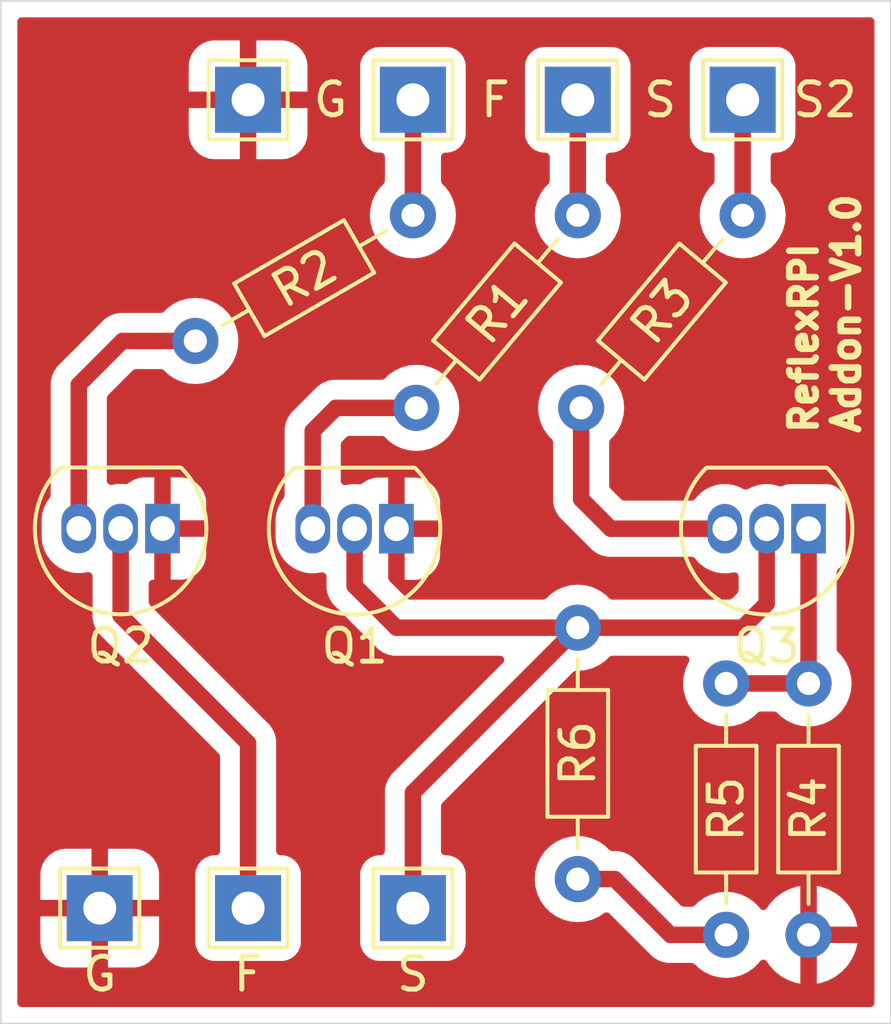
<source format=kicad_pcb>
(kicad_pcb (version 20240108) (generator "pcbnew") (generator_version "8.0")
  (title_block (title "ReflexRPI") (date "2024-11-17") (rev "V1.0") (comment 1 "Addon"))
  (layers (0 "F.Cu" signal) (31 "B.Cu" signal) (34 "B.Paste" user) (35 "F.Paste" user) (36 "B.SilkS" user "B.Silkscreen") (37 "F.SilkS" user "F.Silkscreen") (38 "B.Mask" user) (39 "F.Mask" user) (44 "Edge.Cuts" user))
  (net 0 "")
  (net 1 "Net-(Q1-B)")
  (net 2 "Net-(Q2-B)")
  (net 3 "Net-(Q3-E)")
  (net 4 "Net-(Q3-B)")
  (net 5 "GND")
  (net 6 "Net-(R5-Pad2)")
  (net 7 "/Shutter_Output")
  (net 8 "/Focus_Output")
  (net 9 "/Shutter_Input")
  (net 10 "/Focus_Input")
  (net 11 "/Focus_Input_GH4")
  (footprint "TestPoint:TestPoint_THTPad_2.0x2.0mm_Drill1.0mm" (layer "F.Cu") (at 96 47.31)
    (property "Reference" "TP6" (hide yes))
    (property "Value" "F" (at 2.5 0 0) (layer "F.SilkS"))
    (fp_line (start -1.2 -1.2) (end 1.2 -1.2) (stroke (width 0.12)) (layer "F.SilkS"))
    (fp_line (start -1.2 1.2) (end -1.2 -1.2) (stroke (width 0.12)) (layer "F.SilkS"))
    (fp_line (start 1.2 -1.2) (end 1.2 1.2) (stroke (width 0.12)) (layer "F.SilkS"))
    (fp_line (start 1.2 1.2) (end -1.2 1.2) (stroke (width 0.12)) (layer "F.SilkS"))
    (pad "1" thru_hole rect (at 0 0) (size 2 2) (drill 1) (layers "*.Cu" "*.Mask") (net 10 "/Focus_Input"))
  )
  (footprint "Resistor_THT:R_Axial_DIN0204_L3.6mm_D1.6mm_P7.62mm_Horizontal" (layer "F.Cu") (at 96 50.81 -150)
    (property "Reference" "R2" (at 3.81 0 30) (layer "F.SilkS"))
    (property "Value" "220")
    (fp_line (start 6.68 0) (end 5.73 0) (stroke (width 0.12)) (layer "F.SilkS"))
    (fp_line (start 5.73 0.919999) (end 5.73 -0.919999) (stroke (width 0.12)) (layer "F.SilkS"))
    (fp_line (start 5.73 -0.919999) (end 1.89 -0.92) (stroke (width 0.12)) (layer "F.SilkS"))
    (fp_line (start 1.89 0.92) (end 5.73 0.919999) (stroke (width 0.12)) (layer "F.SilkS"))
    (fp_line (start 1.89 -0.92) (end 1.89 0.92) (stroke (width 0.12)) (layer "F.SilkS"))
    (fp_line (start 0.939999 0) (end 1.89 0) (stroke (width 0.12)) (layer "F.SilkS"))
    (pad "1" thru_hole circle (at 0 0 210) (size 1.4 1.4) (drill 0.7) (layers "*.Cu" "*.Mask") (net 10 "/Focus_Input"))
    (pad "2" thru_hole oval (at 7.62 0 210) (size 1.4 1.4) (drill 0.7) (layers "*.Cu" "*.Mask") (net 2 "Net-(Q2-B)"))
  )
  (footprint "Package_TO_SOT_THT:TO-92_Inline" (layer "F.Cu") (at 88.404171 60.304466 180)
    (property "Reference" "Q2" (at 1.27 -3.56 0) (layer "F.SilkS"))
    (property "Value" "2SC1815")
    (fp_line (start -0.53 1.85) (end 3.07 1.85) (stroke (width 0.12)) (layer "F.SilkS"))
    (fp_arc (start 1.27 -2.6) (mid 3.672087 -0.994977) (end 3.108478 1.838478) (stroke (width 0.12)) (layer "F.SilkS"))
    (fp_arc (start -0.568478 1.838478) (mid -1.132087 -0.994977) (end 1.27 -2.6) (stroke (width 0.12)) (layer "F.SilkS"))
    (pad "1" thru_hole rect (at 0 0 180) (size 1.05 1.5) (drill 0.75) (layers "*.Cu" "*.Mask") (net 5 "GND"))
    (pad "2" thru_hole oval (at 1.27 0 180) (size 1.05 1.5) (drill 0.75) (layers "*.Cu" "*.Mask") (net 8 "/Focus_Output"))
    (pad "3" thru_hole oval (at 2.54 0 180) (size 1.05 1.5) (drill 0.75) (layers "*.Cu" "*.Mask") (net 2 "Net-(Q2-B)"))
  )
  (footprint "Resistor_THT:R_Axial_DIN0204_L3.6mm_D1.6mm_P7.62mm_Horizontal" (layer "F.Cu") (at 105.5 65 -90)
    (property "Reference" "R5" (at 3.81 0 90) (layer "F.SilkS"))
    (property "Value" "2,9K")
    (fp_line (start 1.89 0.92) (end 5.73 0.92) (stroke (width 0.12)) (layer "F.SilkS"))
    (fp_line (start 5.73 0.92) (end 5.73 -0.92) (stroke (width 0.12)) (layer "F.SilkS"))
    (fp_line (start 0.94 0) (end 1.89 0) (stroke (width 0.12)) (layer "F.SilkS"))
    (fp_line (start 6.68 0) (end 5.73 0) (stroke (width 0.12)) (layer "F.SilkS"))
    (fp_line (start 1.89 -0.92) (end 1.89 0.92) (stroke (width 0.12)) (layer "F.SilkS"))
    (fp_line (start 5.73 -0.92) (end 1.89 -0.92) (stroke (width 0.12)) (layer "F.SilkS"))
    (pad "1" thru_hole circle (at 0 0 270) (size 1.4 1.4) (drill 0.7) (layers "*.Cu" "*.Mask") (net 3 "Net-(Q3-E)"))
    (pad "2" thru_hole oval (at 7.62 0 270) (size 1.4 1.4) (drill 0.7) (layers "*.Cu" "*.Mask") (net 6 "Net-(R5-Pad2)"))
  )
  (footprint "Resistor_THT:R_Axial_DIN0204_L3.6mm_D1.6mm_P7.62mm_Horizontal" (layer "F.Cu") (at 101 70.929999 90)
    (property "Reference" "R6" (at 3.810001 0 90) (layer "F.SilkS"))
    (property "Value" "36K")
    (fp_line (start 5.73 -0.92) (end 1.890001 -0.92) (stroke (width 0.12)) (layer "F.SilkS"))
    (fp_line (start 1.890001 -0.92) (end 1.889999 0.92) (stroke (width 0.12)) (layer "F.SilkS"))
    (fp_line (start 6.68 -0.000002) (end 5.729999 0) (stroke (width 0.12)) (layer "F.SilkS"))
    (fp_line (start 0.939999 0) (end 1.89 0) (stroke (width 0.12)) (layer "F.SilkS"))
    (fp_line (start 5.730001 0.919999) (end 5.73 -0.92) (stroke (width 0.12)) (layer "F.SilkS"))
    (fp_line (start 1.889999 0.92) (end 5.730001 0.919999) (stroke (width 0.12)) (layer "F.SilkS"))
    (pad "1" thru_hole circle (at 0 0 90) (size 1.4 1.4) (drill 0.7) (layers "*.Cu" "*.Mask") (net 6 "Net-(R5-Pad2)"))
    (pad "2" thru_hole oval (at 7.619999 0 90) (size 1.4 1.4) (drill 0.7) (layers "*.Cu" "*.Mask") (net 7 "/Shutter_Output"))
  )
  (footprint "Package_TO_SOT_THT:TO-92_Inline" (layer "F.Cu") (at 95.5 60.31 180)
    (property "Reference" "Q1" (at 1.27 -3.56 0) (layer "F.SilkS"))
    (property "Value" "2SC1815")
    (fp_line (start -0.53 1.85) (end 3.07 1.85) (stroke (width 0.12)) (layer "F.SilkS"))
    (fp_arc (start 1.27 -2.6) (mid 3.672087 -0.994977) (end 3.108478 1.838478) (stroke (width 0.12)) (layer "F.SilkS"))
    (fp_arc (start -0.568478 1.838478) (mid -1.132087 -0.994977) (end 1.27 -2.6) (stroke (width 0.12)) (layer "F.SilkS"))
    (pad "1" thru_hole rect (at 0 0 180) (size 1.05 1.5) (drill 0.75) (layers "*.Cu" "*.Mask") (net 5 "GND"))
    (pad "2" thru_hole oval (at 1.27 0 180) (size 1.05 1.5) (drill 0.75) (layers "*.Cu" "*.Mask") (net 7 "/Shutter_Output"))
    (pad "3" thru_hole oval (at 2.54 0 180) (size 1.05 1.5) (drill 0.75) (layers "*.Cu" "*.Mask") (net 1 "Net-(Q1-B)"))
  )
  (footprint "TestPoint:TestPoint_THTPad_2.0x2.0mm_Drill1.0mm" (layer "F.Cu") (at 101 47.31)
    (property "Reference" "TP5" (hide yes))
    (property "Value" "S" (at 2.5 0 0) (layer "F.SilkS"))
    (fp_line (start -1.2 -1.2) (end 1.2 -1.2) (stroke (width 0.12)) (layer "F.SilkS"))
    (fp_line (start -1.2 1.2) (end -1.2 -1.2) (stroke (width 0.12)) (layer "F.SilkS"))
    (fp_line (start 1.2 -1.2) (end 1.2 1.2) (stroke (width 0.12)) (layer "F.SilkS"))
    (fp_line (start 1.2 1.2) (end -1.2 1.2) (stroke (width 0.12)) (layer "F.SilkS"))
    (pad "1" thru_hole rect (at 0 0) (size 2 2) (drill 1) (layers "*.Cu" "*.Mask") (net 9 "/Shutter_Input"))
  )
  (footprint "TestPoint:TestPoint_THTPad_2.0x2.0mm_Drill1.0mm" (layer "F.Cu") (at 86.5 71.81)
    (property "Reference" "TP1" (hide yes))
    (property "Value" "G" (at 0 2 0) (layer "F.SilkS"))
    (fp_line (start -1.2 -1.2) (end 1.2 -1.2) (stroke (width 0.12)) (layer "F.SilkS"))
    (fp_line (start -1.2 1.2) (end -1.2 -1.2) (stroke (width 0.12)) (layer "F.SilkS"))
    (fp_line (start 1.2 -1.2) (end 1.2 1.2) (stroke (width 0.12)) (layer "F.SilkS"))
    (fp_line (start 1.2 1.2) (end -1.2 1.2) (stroke (width 0.12)) (layer "F.SilkS"))
    (pad "1" thru_hole rect (at 0 0) (size 2 2) (drill 1) (layers "*.Cu" "*.Mask") (net 5 "GND"))
  )
  (footprint "TestPoint:TestPoint_THTPad_2.0x2.0mm_Drill1.0mm" (layer "F.Cu") (at 96 71.81)
    (property "Reference" "TP2" (hide yes))
    (property "Value" "S" (at 0 2 0) (layer "F.SilkS"))
    (fp_line (start -1.2 -1.2) (end 1.2 -1.2) (stroke (width 0.12)) (layer "F.SilkS"))
    (fp_line (start -1.2 1.2) (end -1.2 -1.2) (stroke (width 0.12)) (layer "F.SilkS"))
    (fp_line (start 1.2 -1.2) (end 1.2 1.2) (stroke (width 0.12)) (layer "F.SilkS"))
    (fp_line (start 1.2 1.2) (end -1.2 1.2) (stroke (width 0.12)) (layer "F.SilkS"))
    (pad "1" thru_hole rect (at 0 0) (size 2 2) (drill 1) (layers "*.Cu" "*.Mask") (net 7 "/Shutter_Output"))
  )
  (footprint "Package_TO_SOT_THT:TO-92_Inline" (layer "F.Cu") (at 108 60.31 180)
    (property "Reference" "Q3" (at 1.27 -3.56 0) (layer "F.SilkS"))
    (property "Value" "2SC1815")
    (fp_line (start -0.53 1.85) (end 3.07 1.85) (stroke (width 0.12)) (layer "F.SilkS"))
    (fp_arc (start 1.27 -2.6) (mid 3.672087 -0.994977) (end 3.108478 1.838478) (stroke (width 0.12)) (layer "F.SilkS"))
    (fp_arc (start -0.568478 1.838478) (mid -1.132087 -0.994977) (end 1.27 -2.6) (stroke (width 0.12)) (layer "F.SilkS"))
    (pad "1" thru_hole rect (at 0 0 180) (size 1.05 1.5) (drill 0.75) (layers "*.Cu" "*.Mask") (net 3 "Net-(Q3-E)"))
    (pad "2" thru_hole oval (at 1.27 0 180) (size 1.05 1.5) (drill 0.75) (layers "*.Cu" "*.Mask") (net 7 "/Shutter_Output"))
    (pad "3" thru_hole oval (at 2.54 0 180) (size 1.05 1.5) (drill 0.75) (layers "*.Cu" "*.Mask") (net 4 "Net-(Q3-B)"))
  )
  (footprint "Resistor_THT:R_Axial_DIN0204_L3.6mm_D1.6mm_P7.62mm_Horizontal" (layer "F.Cu") (at 106 50.81 -130)
    (property "Reference" "R3" (at 3.810001 0 50) (layer "F.SilkS"))
    (property "Value" "220")
    (fp_line (start 5.73 0.919999) (end 5.73 -0.92) (stroke (width 0.12)) (layer "F.SilkS"))
    (fp_line (start 6.68 0) (end 5.73 0) (stroke (width 0.12)) (layer "F.SilkS"))
    (fp_line (start 5.73 -0.92) (end 1.890001 -0.92) (stroke (width 0.12)) (layer "F.SilkS"))
    (fp_line (start 1.889999 0.92) (end 5.73 0.919999) (stroke (width 0.12)) (layer "F.SilkS"))
    (fp_line (start 0.94 0) (end 1.89 0) (stroke (width 0.12)) (layer "F.SilkS"))
    (fp_line (start 1.890001 -0.92) (end 1.889999 0.92) (stroke (width 0.12)) (layer "F.SilkS"))
    (pad "1" thru_hole circle (at 0 0 230) (size 1.4 1.4) (drill 0.7) (layers "*.Cu" "*.Mask") (net 11 "/Focus_Input_GH4"))
    (pad "2" thru_hole oval (at 7.62 -0.000001 230) (size 1.4 1.4) (drill 0.7) (layers "*.Cu" "*.Mask") (net 4 "Net-(Q3-B)"))
  )
  (footprint "Resistor_THT:R_Axial_DIN0204_L3.6mm_D1.6mm_P7.62mm_Horizontal" (layer "F.Cu") (at 101 50.81 -130)
    (property "Reference" "R1" (at 3.809999 0.000001 50) (layer "F.SilkS"))
    (property "Value" "220")
    (fp_line (start 5.729999 0.919999) (end 5.73 -0.92) (stroke (width 0.12)) (layer "F.SilkS"))
    (fp_line (start 6.680001 0.000001) (end 5.73 0) (stroke (width 0.12)) (layer "F.SilkS"))
    (fp_line (start 5.73 -0.92) (end 1.89 -0.919999) (stroke (width 0.12)) (layer "F.SilkS"))
    (fp_line (start 1.89 0.919999) (end 5.729999 0.919999) (stroke (width 0.12)) (layer "F.SilkS"))
    (fp_line (start 0.939999 0) (end 1.89 0) (stroke (width 0.12)) (layer "F.SilkS"))
    (fp_line (start 1.89 -0.919999) (end 1.89 0.919999) (stroke (width 0.12)) (layer "F.SilkS"))
    (pad "1" thru_hole circle (at 0 0 230) (size 1.4 1.4) (drill 0.7) (layers "*.Cu" "*.Mask") (net 9 "/Shutter_Input"))
    (pad "2" thru_hole oval (at 7.620001 -0.000001 230) (size 1.4 1.4) (drill 0.7) (layers "*.Cu" "*.Mask") (net 1 "Net-(Q1-B)"))
  )
  (footprint "TestPoint:TestPoint_THTPad_2.0x2.0mm_Drill1.0mm" (layer "F.Cu") (at 91 71.81)
    (property "Reference" "TP3" (hide yes))
    (property "Value" "F" (at 0 2 0) (layer "F.SilkS"))
    (fp_line (start -1.2 -1.2) (end 1.2 -1.2) (stroke (width 0.12)) (layer "F.SilkS"))
    (fp_line (start -1.2 1.2) (end -1.2 -1.2) (stroke (width 0.12)) (layer "F.SilkS"))
    (fp_line (start 1.2 -1.2) (end 1.2 1.2) (stroke (width 0.12)) (layer "F.SilkS"))
    (fp_line (start 1.2 1.2) (end -1.2 1.2) (stroke (width 0.12)) (layer "F.SilkS"))
    (pad "1" thru_hole rect (at 0 0) (size 2 2) (drill 1) (layers "*.Cu" "*.Mask") (net 8 "/Focus_Output"))
  )
  (footprint "TestPoint:TestPoint_THTPad_2.0x2.0mm_Drill1.0mm" (layer "F.Cu") (at 106 47.31)
    (property "Reference" "TP7" (hide yes))
    (property "Value" "S2" (at 2.5 0 0) (layer "F.SilkS"))
    (fp_line (start -1.2 -1.2) (end 1.2 -1.2) (stroke (width 0.12)) (layer "F.SilkS"))
    (fp_line (start -1.2 1.2) (end -1.2 -1.2) (stroke (width 0.12)) (layer "F.SilkS"))
    (fp_line (start 1.2 -1.2) (end 1.2 1.2) (stroke (width 0.12)) (layer "F.SilkS"))
    (fp_line (start 1.2 1.2) (end -1.2 1.2) (stroke (width 0.12)) (layer "F.SilkS"))
    (pad "1" thru_hole rect (at 0 0) (size 2 2) (drill 1) (layers "*.Cu" "*.Mask") (net 11 "/Focus_Input_GH4"))
  )
  (footprint "TestPoint:TestPoint_THTPad_2.0x2.0mm_Drill1.0mm" (layer "F.Cu") (at 91 47.31)
    (property "Reference" "TP4" (hide yes))
    (property "Value" "G" (at 2.5 0 0) (layer "F.SilkS"))
    (fp_line (start -1.2 -1.2) (end 1.2 -1.2) (stroke (width 0.12)) (layer "F.SilkS"))
    (fp_line (start -1.2 1.2) (end -1.2 -1.2) (stroke (width 0.12)) (layer "F.SilkS"))
    (fp_line (start 1.2 -1.2) (end 1.2 1.2) (stroke (width 0.12)) (layer "F.SilkS"))
    (fp_line (start 1.2 1.2) (end -1.2 1.2) (stroke (width 0.12)) (layer "F.SilkS"))
    (pad "1" thru_hole rect (at 0 0) (size 2 2) (drill 1) (layers "*.Cu" "*.Mask") (net 5 "GND"))
  )
  (footprint "Resistor_THT:R_Axial_DIN0204_L3.6mm_D1.6mm_P7.62mm_Horizontal" (layer "F.Cu") (at 108 65 -90)
    (property "Reference" "R4" (at 3.81 0 90) (layer "F.SilkS"))
    (property "Value" "2,2K")
    (fp_line (start 1.89 0.92) (end 5.73 0.92) (stroke (width 0.12)) (layer "F.SilkS"))
    (fp_line (start 5.73 0.92) (end 5.73 -0.92) (stroke (width 0.12)) (layer "F.SilkS"))
    (fp_line (start 0.94 0) (end 1.89 0) (stroke (width 0.12)) (layer "F.SilkS"))
    (fp_line (start 6.68 0) (end 5.73 0) (stroke (width 0.12)) (layer "F.SilkS"))
    (fp_line (start 1.89 -0.92) (end 1.89 0.92) (stroke (width 0.12)) (layer "F.SilkS"))
    (fp_line (start 5.73 -0.92) (end 1.89 -0.92) (stroke (width 0.12)) (layer "F.SilkS"))
    (pad "1" thru_hole circle (at 0 0 270) (size 1.4 1.4) (drill 0.7) (layers "*.Cu" "*.Mask") (net 3 "Net-(Q3-E)"))
    (pad "2" thru_hole oval (at 7.62 0 270) (size 1.4 1.4) (drill 0.7) (layers "*.Cu" "*.Mask") (net 5 "GND"))
  )
  (gr_line (start 110.5 75.31) (end 83.5 75.31) (stroke (width 0.05)) (layer "Edge.Cuts"))
  (gr_line (start 110.5 44.31) (end 83.5 44.31) (stroke (width 0.05)) (layer "Edge.Cuts"))
  (gr_line (start 83.5 44.31) (end 83.5 75.31) (stroke (width 0.05)) (layer "Edge.Cuts"))
  (gr_line (start 110.5 44.31) (end 110.5 75.31) (stroke (width 0.05)) (layer "Edge.Cuts"))
  (gr_text "${TITLE}\n${COMMENT1}-${REVISION}" (at 108.5 57.5 90) (layer "F.SilkS") (effects (font (size 0.8 0.8) (thickness 0.2) (bold yes)) (justify left)))
  (segment (start 93.66274 56.64726) (end 92.96 57.35) (width 0.5) (layer "F.Cu") (net 1))
  (segment (start 92.96 57.35) (end 92.96 60.31) (width 0.5) (layer "F.Cu") (net 1))
  (segment (start 96.101958 56.64726) (end 93.66274 56.64726) (width 0.5) (layer "F.Cu") (net 1))
  (segment (start 87.19 54.62) (end 85.864171 55.945829) (width 0.5) (layer "F.Cu") (net 2))
  (segment (start 85.864171 55.945829) (end 85.864171 60.304466) (width 0.5) (layer "F.Cu") (net 2))
  (segment (start 89.400887 54.62) (end 87.19 54.62) (width 0.5) (layer "F.Cu") (net 2))
  (segment (start 105.5 65) (end 108 65) (width 0.5) (layer "F.Cu") (net 3))
  (segment (start 108 65) (end 108 60.31) (width 0.5) (layer "F.Cu") (net 3))
  (segment (start 101.101959 59.411959) (end 102 60.31) (width 0.5) (layer "F.Cu") (net 4))
  (segment (start 105.454309 60.315691) (end 105.46 60.31) (width 0.5) (layer "F.Cu") (net 4))
  (segment (start 101.101959 56.647259) (end 101.101959 59.411959) (width 0.5) (layer "F.Cu") (net 4))
  (segment (start 102 60.31) (end 105.46 60.31) (width 0.5) (layer "F.Cu") (net 4))
  (segment (start 103.81 72.62) (end 102.119999 70.929999) (width 0.5) (layer "F.Cu") (net 6))
  (segment (start 102.119999 70.929999) (end 101 70.929999) (width 0.5) (layer "F.Cu") (net 6))
  (segment (start 105.5 72.62) (end 103.81 72.62) (width 0.5) (layer "F.Cu") (net 6))
  (segment (start 106.73 62.58) (end 106.73 60.31) (width 0.5) (layer "F.Cu") (net 7))
  (segment (start 101 63.31) (end 100 63.31) (width 0.5) (layer "F.Cu") (net 7))
  (segment (start 106 63.31) (end 106.73 62.58) (width 0.5) (layer "F.Cu") (net 7))
  (segment (start 106 63.31) (end 101 63.31) (width 0.5) (layer "F.Cu") (net 7))
  (segment (start 96 68.31) (end 101 63.31) (width 0.5) (layer "F.Cu") (net 7))
  (segment (start 95.5 63.31) (end 94.23 62.04) (width 0.5) (layer "F.Cu") (net 7))
  (segment (start 96 71.81) (end 96 68.31) (width 0.5) (layer "F.Cu") (net 7))
  (segment (start 94.23 62.04) (end 94.23 60.31) (width 0.5) (layer "F.Cu") (net 7))
  (segment (start 100 63.31) (end 95.5 63.31) (width 0.5) (layer "F.Cu") (net 7))
  (segment (start 87.134171 60.304466) (end 87.134171 62.944171) (width 0.5) (layer "F.Cu") (net 8))
  (segment (start 91 66.81) (end 91 71.81) (width 0.5) (layer "F.Cu") (net 8))
  (segment (start 87.134171 62.944171) (end 91 66.81) (width 0.5) (layer "F.Cu") (net 8))
  (segment (start 101 47.31) (end 101 50.81) (width 0.5) (layer "F.Cu") (net 9))
  (segment (start 96 47.31) (end 96 50.81) (width 0.5) (layer "F.Cu") (net 10))
  (segment (start 106 47.31) (end 106 50.81) (width 0.5) (layer "F.Cu") (net 11))
  (zone (net 5) (net_name "GND") (layer "F.Cu") (name "G_plane") (connect_pads (clearance 0.6)) (min_thickness 0.25) (fill yes (thermal_gap 0.8) (thermal_bridge_width 0.5))
    (polygon (pts (xy 83.5 44.31) (xy 110.5 44.31) (xy 110.5 75.31) (xy 83.5 75.31)))
  )
)
</source>
